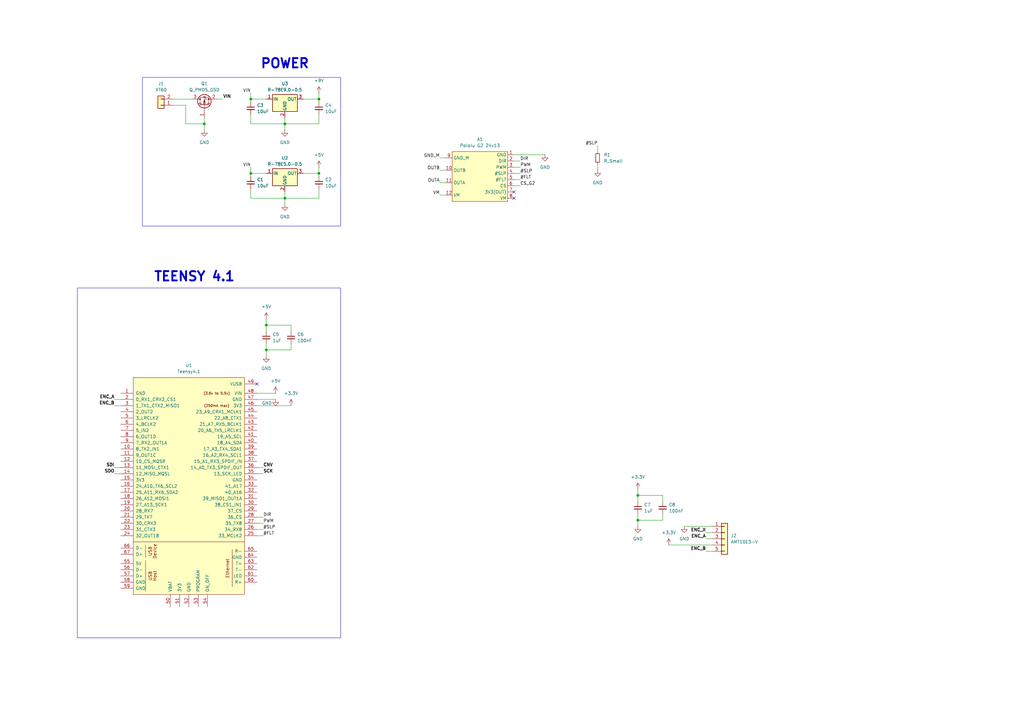
<source format=kicad_sch>
(kicad_sch (version 20231120) (generator "eeschema") (generator_version "8.0")
  (paper "A3")
  (lib_symbols
    (symbol "0_motor_driver:Pololu G2 24v13"
      (property "Reference" "A" (at 0 8.89 0))
      (property "Value" "Pololu G2 24v13" (at 0 6.35 0))
      (symbol "Pololu G2 24v13_1_1"
        (rectangle (start -11.43 3.81) (end 11.43 -16.51) (fill (type background)))
        (pin input line (at 13.97 2.54 180) (length 2.54) (name "GND") (number "1"))
        (pin output line (at -13.97 -3.81 0) (length 2.54) (name "OUTB") (number "10"))
        (pin output line (at -13.97 -8.89 0) (length 2.54) (name "OUTA") (number "11"))
        (pin input line (at -13.97 -13.97 0) (length 2.54) (name "VM") (number "12"))
        (pin input line (at 13.97 0 180) (length 2.54) (name "DIR") (number "2"))
        (pin input line (at 13.97 -2.54 180) (length 2.54) (name "PWM") (number "3"))
        (pin input line (at 13.97 -5.08 180) (length 2.54) (name "#SLP") (number "4"))
        (pin output line (at 13.97 -7.62 180) (length 2.54) (name "#FLT") (number "5"))
        (pin output line (at 13.97 -10.16 180) (length 2.54) (name "CS") (number "6"))
        (pin output line (at 13.97 -12.7 180) (length 2.54) (name "3V3(OUT)") (number "7"))
        (pin output line (at 13.97 -15.24 180) (length 2.54) (name "VM") (number "8"))
        (pin input line (at -13.97 1.27 0) (length 2.54) (name "GND_M") (number "9"))
      )
    )
    (symbol "1_teensy:Teensy4.1" (pin_names (offset 1.016))
      (property "Reference" "U" (at 0 64.77 0))
      (property "Value" "Teensy4.1" (at 0 62.23 0))
      (symbol "Teensy4.1_0_0"
        (polyline (pts (xy -22.86 -6.35) (xy 22.86 -6.35)))
        (polyline (pts (xy -17.78 -26.67) (xy -17.78 -13.97)))
        (polyline (pts (xy -17.78 -7.62) (xy -17.78 -12.7)))
        (polyline (pts (xy 17.78 -9.525) (xy 17.78 -24.765)))
        (text "(250mA max)" (at 11.43 49.53 0) (effects (font (size 1.016 1.016))))
        (text "(3.6v to 5.5v)" (at 11.43 54.61 0) (effects (font (size 1.016 1.016))))
        (text "Device" (at -13.97 -10.16 900) (effects (font (size 1.27 1.27))))
        (text "Ethernet" (at 15.875 -17.145 900) (effects (font (size 1.27 1.27))))
        (text "Host" (at -13.97 -20.32 900) (effects (font (size 1.27 1.27))))
        (text "USB" (at -15.875 -20.32 900) (effects (font (size 1.27 1.27))))
        (text "USB" (at -15.875 -10.16 900) (effects (font (size 1.27 1.27))))
        (pin bidirectional line (at -27.94 31.75 0) (length 5.08) (name "8_TX2_IN1") (number "10"))
        (pin bidirectional line (at -27.94 29.21 0) (length 5.08) (name "9_OUT1C") (number "11"))
        (pin bidirectional line (at -27.94 26.67 0) (length 5.08) (name "10_CS_MQSR") (number "12"))
        (pin bidirectional line (at -27.94 24.13 0) (length 5.08) (name "11_MOSI_CTX1") (number "13"))
        (pin bidirectional line (at -27.94 21.59 0) (length 5.08) (name "12_MISO_MQSL") (number "14"))
        (pin power_in line (at -27.94 19.05 0) (length 5.08) (name "3V3") (number "15"))
        (pin bidirectional line (at -27.94 16.51 0) (length 5.08) (name "24_A10_TX6_SCL2") (number "16"))
        (pin bidirectional line (at -27.94 13.97 0) (length 5.08) (name "25_A11_RX6_SDA2") (number "17"))
        (pin bidirectional line (at -27.94 11.43 0) (length 5.08) (name "26_A12_MOSI1") (number "18"))
        (pin bidirectional line (at -27.94 8.89 0) (length 5.08) (name "27_A13_SCK1") (number "19"))
        (pin bidirectional line (at -27.94 6.35 0) (length 5.08) (name "28_RX7") (number "20"))
        (pin bidirectional line (at -27.94 3.81 0) (length 5.08) (name "29_TX7") (number "21"))
        (pin bidirectional line (at -27.94 1.27 0) (length 5.08) (name "30_CRX3") (number "22"))
        (pin bidirectional line (at -27.94 -1.27 0) (length 5.08) (name "31_CTX3") (number "23"))
        (pin bidirectional line (at -27.94 -3.81 0) (length 5.08) (name "32_OUT1B") (number "24"))
        (pin bidirectional line (at 27.94 -3.81 180) (length 5.08) (name "33_MCLK2") (number "25"))
        (pin bidirectional line (at 27.94 -1.27 180) (length 5.08) (name "34_RX8") (number "26"))
        (pin bidirectional line (at 27.94 1.27 180) (length 5.08) (name "35_TX8") (number "27"))
        (pin bidirectional line (at 27.94 3.81 180) (length 5.08) (name "36_CS") (number "28"))
        (pin bidirectional line (at 27.94 6.35 180) (length 5.08) (name "37_CS") (number "29"))
        (pin bidirectional line (at 27.94 8.89 180) (length 5.08) (name "38_CS1_IN1") (number "30"))
        (pin bidirectional line (at 27.94 11.43 180) (length 5.08) (name "39_MISO1_OUT1A") (number "31"))
        (pin bidirectional line (at 27.94 13.97 180) (length 5.08) (name "40_A16") (number "32"))
        (pin bidirectional line (at 27.94 16.51 180) (length 5.08) (name "41_A17") (number "33"))
        (pin bidirectional line (at 27.94 21.59 180) (length 5.08) (name "13_SCK_LED") (number "35"))
        (pin bidirectional line (at 27.94 24.13 180) (length 5.08) (name "14_A0_TX3_SPDIF_OUT") (number "36"))
        (pin bidirectional line (at 27.94 26.67 180) (length 5.08) (name "15_A1_RX3_SPDIF_IN") (number "37"))
        (pin bidirectional line (at 27.94 29.21 180) (length 5.08) (name "16_A2_RX4_SCL1") (number "38"))
        (pin bidirectional line (at 27.94 31.75 180) (length 5.08) (name "17_A3_TX4_SDA1") (number "39"))
        (pin bidirectional line (at 27.94 34.29 180) (length 5.08) (name "18_A4_SDA") (number "40"))
        (pin bidirectional line (at 27.94 36.83 180) (length 5.08) (name "19_A5_SCL") (number "41"))
        (pin bidirectional line (at 27.94 39.37 180) (length 5.08) (name "20_A6_TX5_LRCLK1") (number "42"))
        (pin bidirectional line (at 27.94 41.91 180) (length 5.08) (name "21_A7_RX5_BCLK1") (number "43"))
        (pin bidirectional line (at 27.94 44.45 180) (length 5.08) (name "22_A8_CTX1") (number "44"))
        (pin bidirectional line (at 27.94 46.99 180) (length 5.08) (name "23_A9_CRX1_MCLK1") (number "45"))
        (pin output line (at 27.94 49.53 180) (length 5.08) (name "3V3") (number "46"))
        (pin output line (at 27.94 52.07 180) (length 5.08) (name "GND") (number "47"))
        (pin power_in line (at 27.94 54.61 180) (length 5.08) (name "VIN") (number "48"))
        (pin power_out line (at 27.94 58.42 180) (length 5.08) (name "VUSB") (number "49"))
        (pin bidirectional line (at -27.94 44.45 0) (length 5.08) (name "3_LRCLK2") (number "5"))
        (pin power_in line (at -7.62 -33.02 90) (length 5.08) (name "VBAT") (number "50"))
        (pin power_in line (at -3.81 -33.02 90) (length 5.08) (name "3V3") (number "51"))
        (pin input line (at 0 -33.02 90) (length 5.08) (name "GND") (number "52"))
        (pin input line (at 3.81 -33.02 90) (length 5.08) (name "PROGRAM") (number "53"))
        (pin input line (at 7.62 -33.02 90) (length 5.08) (name "ON_OFF") (number "54"))
        (pin power_out line (at -27.94 -15.24 0) (length 5.08) (name "5V") (number "55"))
        (pin bidirectional line (at -27.94 -17.78 0) (length 5.08) (name "D-") (number "56"))
        (pin bidirectional line (at -27.94 -20.32 0) (length 5.08) (name "D+") (number "57"))
        (pin power_in line (at -27.94 -22.86 0) (length 5.08) (name "GND") (number "58"))
        (pin power_in line (at -27.94 -25.4 0) (length 5.08) (name "GND") (number "59"))
        (pin bidirectional line (at -27.94 41.91 0) (length 5.08) (name "4_BCLK2") (number "6"))
        (pin bidirectional line (at 27.94 -22.86 180) (length 5.08) (name "R+") (number "60"))
        (pin bidirectional line (at 27.94 -20.32 180) (length 5.08) (name "LED") (number "61"))
        (pin bidirectional line (at 27.94 -17.78 180) (length 5.08) (name "T-") (number "62"))
        (pin bidirectional line (at 27.94 -15.24 180) (length 5.08) (name "T+") (number "63"))
        (pin power_in line (at 27.94 -12.7 180) (length 5.08) (name "GND") (number "64"))
        (pin bidirectional line (at 27.94 -10.16 180) (length 5.08) (name "R-") (number "65"))
        (pin bidirectional line (at -27.94 -8.89 0) (length 5.08) (name "D-") (number "66"))
        (pin bidirectional line (at -27.94 -11.43 0) (length 5.08) (name "D+") (number "67"))
        (pin bidirectional line (at -27.94 39.37 0) (length 5.08) (name "5_IN2") (number "7"))
        (pin bidirectional line (at -27.94 36.83 0) (length 5.08) (name "6_OUT1D") (number "8"))
        (pin bidirectional line (at -27.94 34.29 0) (length 5.08) (name "7_RX2_OUT1A") (number "9"))
      )
      (symbol "Teensy4.1_0_1"
        (rectangle (start -20.32 -1.27) (end -20.32 -1.27))
      )
      (symbol "Teensy4.1_1_1"
        (rectangle (start -22.86 60.96) (end 22.86 -27.94) (fill (type background)))
        (pin power_in line (at -27.94 54.61 0) (length 5.08) (name "GND") (number "1"))
        (pin bidirectional line (at -27.94 52.07 0) (length 5.08) (name "0_RX1_CRX2_CS1") (number "2"))
        (pin bidirectional line (at -27.94 49.53 0) (length 5.08) (name "1_TX1_CTX2_MISO1") (number "3"))
        (pin power_in line (at 27.94 19.05 180) (length 5.08) (name "GND") (number "34"))
        (pin bidirectional line (at -27.94 46.99 0) (length 5.08) (name "2_OUT2") (number "4"))
      )
    )
    (symbol "Connector_Generic:Conn_01x02" (pin_names (offset 1.016) hide)
      (property "Reference" "J" (at 0 2.54 0))
      (property "Value" "Conn_01x02" (at 0 -5.08 0))
      (symbol "Conn_01x02_1_1"
        (rectangle (start -1.27 -2.413) (end 0 -2.667) (stroke (width 0.1524)))
        (rectangle (start -1.27 0.127) (end 0 -0.127) (stroke (width 0.1524)))
        (rectangle (start -1.27 1.27) (end 1.27 -3.81) (stroke (width 0.254)) (fill (type background)))
        (pin passive line (at -5.08 0 0) (length 3.81) (name "Pin_1") (number "1"))
        (pin passive line (at -5.08 -2.54 0) (length 3.81) (name "Pin_2") (number "2"))
      )
    )
    (symbol "Connector_Generic:Conn_01x05" (pin_names (offset 1.016) hide)
      (property "Reference" "J" (at 0 7.62 0))
      (property "Value" "Conn_01x05" (at 0 -7.62 0))
      (symbol "Conn_01x05_1_1"
        (rectangle (start -1.27 -4.953) (end 0 -5.207) (stroke (width 0.1524)))
        (rectangle (start -1.27 -2.413) (end 0 -2.667) (stroke (width 0.1524)))
        (rectangle (start -1.27 0.127) (end 0 -0.127) (stroke (width 0.1524)))
        (rectangle (start -1.27 2.667) (end 0 2.413) (stroke (width 0.1524)))
        (rectangle (start -1.27 5.207) (end 0 4.953) (stroke (width 0.1524)))
        (rectangle (start -1.27 6.35) (end 1.27 -6.35) (stroke (width 0.254)) (fill (type background)))
        (pin passive line (at -5.08 5.08 0) (length 3.81) (name "Pin_1") (number "1"))
        (pin passive line (at -5.08 2.54 0) (length 3.81) (name "Pin_2") (number "2"))
        (pin passive line (at -5.08 0 0) (length 3.81) (name "Pin_3") (number "3"))
        (pin passive line (at -5.08 -2.54 0) (length 3.81) (name "Pin_4") (number "4"))
        (pin passive line (at -5.08 -5.08 0) (length 3.81) (name "Pin_5") (number "5"))
      )
    )
    (symbol "Device:C_Small" (pin_numbers hide) (pin_names (offset 0.254) hide)
      (property "Reference" "C" (at 0.254 1.778 0))
      (property "Value" "C_Small" (at 0.254 -2.032 0))
      (symbol "C_Small_0_1"
        (polyline (pts (xy -1.524 -0.508) (xy 1.524 -0.508)) (stroke (width 0.3302)))
        (polyline (pts (xy -1.524 0.508) (xy 1.524 0.508)) (stroke (width 0.3048)))
      )
      (symbol "C_Small_1_1"
        (pin passive line (at 0 2.54 270) (length 2.032) (name "~") (number "1"))
        (pin passive line (at 0 -2.54 90) (length 2.032) (name "~") (number "2"))
      )
    )
    (symbol "Device:Q_PMOS_GSD" (pin_names (offset 0) hide)
      (property "Reference" "Q" (at 5.08 1.27 0))
      (property "Value" "Q_PMOS_GSD" (at 5.08 -1.27 0))
      (symbol "Q_PMOS_GSD_0_1"
        (polyline (pts (xy 0.254 0) (xy -2.54 0)))
        (polyline (pts (xy 0.254 1.905) (xy 0.254 -1.905)) (stroke (width 0.254)))
        (polyline (pts (xy 0.762 -1.27) (xy 0.762 -2.286)) (stroke (width 0.254)))
        (polyline (pts (xy 0.762 0.508) (xy 0.762 -0.508)) (stroke (width 0.254)))
        (polyline (pts (xy 0.762 2.286) (xy 0.762 1.27)) (stroke (width 0.254)))
        (polyline (pts (xy 2.54 2.54) (xy 2.54 1.778)))
        (polyline (pts (xy 2.54 -2.54) (xy 2.54 0) (xy 0.762 0)))
        (polyline (pts (xy 0.762 1.778) (xy 3.302 1.778) (xy 3.302 -1.778) (xy 0.762 -1.778)))
        (polyline (pts (xy 2.286 0) (xy 1.27 0.381) (xy 1.27 -0.381) (xy 2.286 0)) (fill (type outline)))
        (polyline (pts (xy 2.794 -0.508) (xy 2.921 -0.381) (xy 3.683 -0.381) (xy 3.81 -0.254)))
        (polyline (pts (xy 3.302 -0.381) (xy 2.921 0.254) (xy 3.683 0.254) (xy 3.302 -0.381)))
        (circle (center 1.651 0) (radius 2.794) (stroke (width 0.254)))
        (circle (center 2.54 -1.778) (radius 0.254) (fill (type outline)))
        (circle (center 2.54 1.778) (radius 0.254) (fill (type outline)))
      )
      (symbol "Q_PMOS_GSD_1_1"
        (pin input line (at -5.08 0 0) (length 2.54) (name "G") (number "1"))
        (pin passive line (at 2.54 -5.08 90) (length 2.54) (name "S") (number "2"))
        (pin passive line (at 2.54 5.08 270) (length 2.54) (name "D") (number "3"))
      )
    )
    (symbol "Device:R_Small" (pin_numbers hide) (pin_names (offset 0.254) hide)
      (property "Reference" "R" (at 0.762 0.508 0))
      (property "Value" "R_Small" (at 0.762 -1.016 0))
      (symbol "R_Small_0_1"
        (rectangle (start -0.762 1.778) (end 0.762 -1.778) (stroke (width 0.2032)))
      )
      (symbol "R_Small_1_1"
        (pin passive line (at 0 2.54 270) (length 0.762) (name "~") (number "1"))
        (pin passive line (at 0 -2.54 90) (length 0.762) (name "~") (number "2"))
      )
    )
    (symbol "Regulator_Switching:R-78E5.0-0.5" (pin_names (offset 0.254))
      (property "Reference" "U" (at -3.81 3.175 0))
      (property "Value" "R-78E5.0-0.5" (at 0 3.175 0))
      (symbol "R-78E5.0-0.5_0_1"
        (rectangle (start -5.08 1.905) (end 5.08 -5.08) (stroke (width 0.254)) (fill (type background)))
      )
      (symbol "R-78E5.0-0.5_1_1"
        (pin power_in line (at -7.62 0 0) (length 2.54) (name "IN") (number "1"))
        (pin power_in line (at 0 -7.62 90) (length 2.54) (name "GND") (number "2"))
        (pin power_out line (at 7.62 0 180) (length 2.54) (name "OUT") (number "3"))
      )
    )
    (symbol "Regulator_Switching:R-78E9.0-0.5" (pin_names (offset 0.254))
      (property "Reference" "U" (at -3.81 3.175 0))
      (property "Value" "R-78E9.0-0.5" (at 0 3.175 0))
      (symbol "R-78E9.0-0.5_0_1"
        (rectangle (start -5.08 1.905) (end 5.08 -5.08) (stroke (width 0.254)) (fill (type background)))
      )
      (symbol "R-78E9.0-0.5_1_1"
        (pin power_in line (at -7.62 0 0) (length 2.54) (name "IN") (number "1"))
        (pin power_in line (at 0 -7.62 90) (length 2.54) (name "GND") (number "2"))
        (pin power_out line (at 7.62 0 180) (length 2.54) (name "OUT") (number "3"))
      )
    )
    (symbol "power:+3.3V" (power) (pin_numbers hide) (pin_names (offset 0) hide)
      (property "Value" "+3.3V" (at 0 3.556 0))
      (symbol "+3.3V_0_1"
        (polyline (pts (xy -0.762 1.27) (xy 0 2.54)))
        (polyline (pts (xy 0 0) (xy 0 2.54)))
        (polyline (pts (xy 0 2.54) (xy 0.762 1.27)))
      )
      (symbol "+3.3V_1_1"
        (pin power_in line (at 0 0 90) (length 0) (name "~") (number "1"))
      )
    )
    (symbol "power:+5V" (power) (pin_numbers hide) (pin_names (offset 0) hide)
      (property "Value" "+5V" (at 0 3.556 0))
      (symbol "+5V_0_1"
        (polyline (pts (xy -0.762 1.27) (xy 0 2.54)))
        (polyline (pts (xy 0 0) (xy 0 2.54)))
        (polyline (pts (xy 0 2.54) (xy 0.762 1.27)))
      )
      (symbol "+5V_1_1"
        (pin power_in line (at 0 0 90) (length 0) (name "~") (number "1"))
      )
    )
    (symbol "power:+9V" (power) (pin_numbers hide) (pin_names (offset 0) hide)
      (property "Value" "+9V" (at 0 3.556 0))
      (symbol "+9V_0_1"
        (polyline (pts (xy -0.762 1.27) (xy 0 2.54)))
        (polyline (pts (xy 0 0) (xy 0 2.54)))
        (polyline (pts (xy 0 2.54) (xy 0.762 1.27)))
      )
      (symbol "+9V_1_1"
        (pin power_in line (at 0 0 90) (length 0) (name "~") (number "1"))
      )
    )
    (symbol "power:GND" (power) (pin_numbers hide) (pin_names (offset 0) hide)
      (property "Value" "GND" (at 0 -3.81 0))
      (symbol "GND_0_1"
        (polyline (pts (xy 0 0) (xy 0 -1.27) (xy 1.27 -1.27) (xy 0 -2.54) (xy -1.27 -1.27) (xy 0 -1.27)))
      )
      (symbol "GND_1_1"
        (pin power_in line (at 0 0 270) (length 0) (name "~") (number "1"))
      )
    )
  )
  (junction (at 261.62 213.36))
  (junction (at 102.87 71.12))
  (junction (at 109.22 143.51))
  (junction (at 130.81 40.64))
  (junction (at 116.84 81.28))
  (junction (at 102.87 40.64))
  (junction (at 261.62 203.2))
  (junction (at 109.22 133.35))
  (junction (at 83.82 50.8))
  (junction (at 116.84 50.8))
  (junction (at 130.81 71.12))
  (no_connect (at 210.82 78.74))
  (no_connect (at 210.82 81.28))
  (no_connect (at 105.41 157.48))
  (wire (pts (xy 289.56 220.98) (xy 292.1 220.98)))
  (wire (pts (xy 105.41 217.17) (xy 107.95 217.17)))
  (wire (pts (xy 261.62 200.66) (xy 261.62 203.2)))
  (wire (pts (xy 180.34 64.77) (xy 182.88 64.77)))
  (wire (pts (xy 83.82 50.8) (xy 76.2 50.8)))
  (wire (pts (xy 109.22 143.51) (xy 109.22 146.05)))
  (wire (pts (xy 180.34 74.93) (xy 182.88 74.93)))
  (wire (pts (xy 274.32 223.52) (xy 292.1 223.52)))
  (wire (pts (xy 210.82 68.58) (xy 213.36 68.58)))
  (wire (pts (xy 124.46 71.12) (xy 130.81 71.12)))
  (wire (pts (xy 109.22 133.35) (xy 109.22 135.89)))
  (wire (pts (xy 71.12 40.64) (xy 78.74 40.64)))
  (wire (pts (xy 130.81 77.47) (xy 130.81 81.28)))
  (wire (pts (xy 102.87 46.99) (xy 102.87 50.8)))
  (wire (pts (xy 46.99 194.31) (xy 49.53 194.31)))
  (wire (pts (xy 119.38 133.35) (xy 119.38 135.89)))
  (wire (pts (xy 76.2 50.8) (xy 76.2 43.18)))
  (wire (pts (xy 210.82 63.5) (xy 223.52 63.5)))
  (wire (pts (xy 271.78 203.2) (xy 271.78 205.74)))
  (wire (pts (xy 76.2 43.18) (xy 71.12 43.18)))
  (wire (pts (xy 180.34 69.85) (xy 182.88 69.85)))
  (wire (pts (xy 105.41 214.63) (xy 107.95 214.63)))
  (wire (pts (xy 180.34 80.01) (xy 182.88 80.01)))
  (wire (pts (xy 210.82 71.12) (xy 213.36 71.12)))
  (wire (pts (xy 109.22 133.35) (xy 119.38 133.35)))
  (wire (pts (xy 102.87 38.1) (xy 102.87 40.64)))
  (wire (pts (xy 102.87 40.64) (xy 109.22 40.64)))
  (wire (pts (xy 102.87 71.12) (xy 109.22 71.12)))
  (wire (pts (xy 119.38 143.51) (xy 119.38 140.97)))
  (wire (pts (xy 105.41 163.83) (xy 113.03 163.83)))
  (wire (pts (xy 105.41 191.77) (xy 107.95 191.77)))
  (wire (pts (xy 105.41 194.31) (xy 107.95 194.31)))
  (wire (pts (xy 116.84 81.28) (xy 116.84 83.82)))
  (wire (pts (xy 109.22 140.97) (xy 109.22 143.51)))
  (wire (pts (xy 105.41 166.37) (xy 119.38 166.37)))
  (wire (pts (xy 105.41 219.71) (xy 107.95 219.71)))
  (wire (pts (xy 289.56 226.06) (xy 292.1 226.06)))
  (wire (pts (xy 210.82 76.2) (xy 213.36 76.2)))
  (wire (pts (xy 102.87 72.39) (xy 102.87 71.12)))
  (wire (pts (xy 130.81 81.28) (xy 116.84 81.28)))
  (wire (pts (xy 102.87 41.91) (xy 102.87 40.64)))
  (wire (pts (xy 245.11 67.31) (xy 245.11 69.85)))
  (wire (pts (xy 109.22 130.81) (xy 109.22 133.35)))
  (wire (pts (xy 210.82 73.66) (xy 213.36 73.66)))
  (wire (pts (xy 83.82 48.26) (xy 83.82 50.8)))
  (wire (pts (xy 271.78 213.36) (xy 261.62 213.36)))
  (wire (pts (xy 261.62 213.36) (xy 261.62 210.82)))
  (wire (pts (xy 210.82 66.04) (xy 213.36 66.04)))
  (wire (pts (xy 124.46 40.64) (xy 130.81 40.64)))
  (wire (pts (xy 116.84 78.74) (xy 116.84 81.28)))
  (wire (pts (xy 271.78 210.82) (xy 271.78 213.36)))
  (wire (pts (xy 289.56 218.44) (xy 292.1 218.44)))
  (wire (pts (xy 130.81 46.99) (xy 130.81 50.8)))
  (wire (pts (xy 130.81 50.8) (xy 116.84 50.8)))
  (wire (pts (xy 105.41 212.09) (xy 107.95 212.09)))
  (wire (pts (xy 46.99 166.37) (xy 49.53 166.37)))
  (wire (pts (xy 261.62 213.36) (xy 261.62 215.9)))
  (wire (pts (xy 116.84 50.8) (xy 116.84 53.34)))
  (wire (pts (xy 130.81 40.64) (xy 130.81 41.91)))
  (wire (pts (xy 261.62 203.2) (xy 261.62 205.74)))
  (wire (pts (xy 130.81 71.12) (xy 130.81 72.39)))
  (wire (pts (xy 102.87 68.58) (xy 102.87 71.12)))
  (wire (pts (xy 130.81 38.1) (xy 130.81 40.64)))
  (wire (pts (xy 280.67 215.9) (xy 292.1 215.9)))
  (wire (pts (xy 105.41 161.29) (xy 113.03 161.29)))
  (wire (pts (xy 83.82 50.8) (xy 83.82 53.34)))
  (wire (pts (xy 261.62 203.2) (xy 271.78 203.2)))
  (wire (pts (xy 46.99 191.77) (xy 49.53 191.77)))
  (wire (pts (xy 102.87 50.8) (xy 116.84 50.8)))
  (wire (pts (xy 130.81 68.58) (xy 130.81 71.12)))
  (wire (pts (xy 46.99 163.83) (xy 49.53 163.83)))
  (wire (pts (xy 102.87 77.47) (xy 102.87 81.28)))
  (wire (pts (xy 116.84 48.26) (xy 116.84 50.8)))
  (wire (pts (xy 102.87 81.28) (xy 116.84 81.28)))
  (wire (pts (xy 245.11 59.69) (xy 245.11 62.23)))
  (wire (pts (xy 109.22 143.51) (xy 119.38 143.51)))
  (wire (pts (xy 88.9 40.64) (xy 91.44 40.64)))
  (rectangle (start 58.42 31.75) (end 139.7 92.71))
  (rectangle (start 31.75 118.11) (end 139.7 261.62))
  (text "POWER" (at 116.84 26.162 0) (effects (font (size 3.81 3.81) (thickness 0.762) (bold yes))))
  (text "TEENSY 4.1" (at 79.756 113.538 0) (effects (font (size 3.81 3.81) (thickness 0.762) (bold yes))))
  (label "DIR" (at 107.95 212.09 0))
  (label "SCK" (at 107.95 194.31 0) (effects (font (thickness 0.254) (bold yes))))
  (label "#SLP" (at 245.11 59.69 180))
  (label "OUTA" (at 180.34 74.93 180))
  (label "ENC_A" (at 46.99 163.83 180) (effects (font (thickness 0.254) (bold yes))))
  (label "VM" (at 180.34 80.01 180))
  (label "DIR" (at 213.36 66.04 0))
  (label "GND_M" (at 180.34 64.77 180))
  (label "PWM" (at 107.95 214.63 0))
  (label "ENC_B" (at 289.56 226.06 180) (effects (font (thickness 0.254) (bold yes))))
  (label "OUTB" (at 180.34 69.85 180))
  (label "SDI" (at 46.99 191.77 180) (effects (font (thickness 0.254) (bold yes))))
  (label "ENC_A" (at 289.56 220.98 180) (effects (font (thickness 0.254) (bold yes))))
  (label "ENC_X" (at 289.56 218.44 180) (effects (font (thickness 0.254) (bold yes))))
  (label "VIN" (at 91.44 40.64 0) (effects (font (thickness 0.254) (bold yes))))
  (label "VIN" (at 102.87 68.58 180))
  (label "PWM" (at 213.36 68.58 0))
  (label "ENC_B" (at 46.99 166.37 180) (effects (font (thickness 0.254) (bold yes))))
  (label "CS_G2" (at 213.36 76.2 0))
  (label "SDO" (at 46.99 194.31 180) (effects (font (thickness 0.254) (bold yes))))
  (label "#FLT" (at 213.36 73.66 0))
  (label "CNV" (at 107.95 191.77 0) (effects (font (thickness 0.254) (bold yes))))
  (label "#FLT" (at 107.95 219.71 0))
  (label "#SLP" (at 107.95 217.17 0))
  (label "VIN" (at 102.87 38.1 180))
  (label "#SLP" (at 213.36 71.12 0))
  (symbol (lib_id "1_teensy:Teensy4.1") (at 77.47 215.9 0) (unit 1)
    (property "Reference" "U1" (at 77.47 149.86 0))
    (property "Value" "Teensy4.1" (at 77.47 152.4 0))
  )
  (symbol (lib_id "Regulator_Switching:R-78E9.0-0.5") (at 116.84 40.64 0) (unit 1)
    (property "Reference" "U3" (at 116.84 34.29 0))
    (property "Value" "R-78E9.0-0.5" (at 116.84 36.83 0))
    (property "Footprint" "Converter_DCDC:Converter_DCDC_RECOM_R-78E-0.5_THT" (effects (hide yes)))
    (property "Datasheet" "https://www.recom-power.com/pdf/Innoline/R-78Exx-0.5.pdf" (effects (hide yes)))
    (property "Description" "500mA Step-Down DC/DC-Regulator, 12-28V input, 9V fixed Output Voltage, LM78xx replacement, -40°C to +85°C, SIP3" (effects (hide yes)))
  )
  (symbol (lib_id "Connector_Generic:Conn_01x05") (at 297.18 220.98 0) (unit 1)
    (property "Reference" "J2" (at 299.72 219.7099 0) (effects (justify left)))
    (property "Value" "AMT10E3-V" (at 299.72 222.2499 0) (effects (justify left)))
    (property "Description" "Generic connector, single row, 01x05, script generated (kicad-library-utils/schlib/autogen/connector/)" (effects (hide yes)))
  )
  (symbol (lib_id "power:GND") (at 116.84 83.82 0) (unit 1)
    (property "Reference" "#PWR08" (effects (hide yes)))
    (property "Value" "GND" (at 116.84 88.9 0))
    (property "Description" "Power symbol creates a global label with name \"GND\" , ground" (effects (hide yes)))
  )
  (symbol (lib_id "power:+5V") (at 109.22 130.81 0) (unit 1)
    (property "Reference" "#PWR013" (effects (hide yes)))
    (property "Value" "+5V" (at 109.22 125.73 0))
    (property "Description" "Power symbol creates a global label with name \"+5V\"" (effects (hide yes)))
  )
  (symbol (lib_id "Device:C_Small") (at 109.22 138.43 0) (unit 1)
    (property "Reference" "C5" (at 111.76 137.1662 0) (effects (justify left)))
    (property "Value" "1uF" (at 111.76 139.7062 0) (effects (justify left)))
    (property "Description" "Unpolarized capacitor, small symbol" (effects (hide yes)))
  )
  (symbol (lib_id "Device:R_Small") (at 245.11 64.77 0) (unit 1)
    (property "Reference" "R1" (at 247.65 63.4999 0) (effects (justify left)))
    (property "Value" "R_Small" (at 247.65 66.0399 0) (effects (justify left)))
    (property "Description" "Resistor, small symbol" (effects (hide yes)))
  )
  (symbol (lib_id "Device:Q_PMOS_GSD") (at 83.82 43.18 90) (unit 1)
    (property "Reference" "Q1" (at 83.82 34.29 90))
    (property "Value" "Q_PMOS_GSD" (at 83.82 36.83 90))
    (property "Description" "P-MOSFET transistor, gate/source/drain" (effects (hide yes)))
  )
  (symbol (lib_id "Regulator_Switching:R-78E5.0-0.5") (at 116.84 71.12 0) (unit 1)
    (property "Reference" "U2" (at 116.84 64.77 0))
    (property "Value" "R-78E5.0-0.5" (at 116.84 67.31 0))
    (property "Footprint" "Converter_DCDC:Converter_DCDC_RECOM_R-78E-0.5_THT" (effects (hide yes)))
    (property "Datasheet" "https://www.recom-power.com/pdf/Innoline/R-78Exx-0.5.pdf" (effects (hide yes)))
    (property "Description" "500mA Step-Down DC/DC-Regulator, 7-28V input, 5V fixed Output Voltage, LM78xx replacement, -40°C to +85°C, SIP3" (effects (hide yes)))
  )
  (symbol (lib_id "power:GND") (at 83.82 53.34 0) (unit 1)
    (property "Reference" "#PWR017" (effects (hide yes)))
    (property "Value" "GND" (at 83.82 58.42 0))
    (property "Description" "Power symbol creates a global label with name \"GND\" , ground" (effects (hide yes)))
  )
  (symbol (lib_id "Device:C_Small") (at 261.62 208.28 0) (unit 1)
    (property "Reference" "C7" (at 264.16 207.0162 0) (effects (justify left)))
    (property "Value" "1uF" (at 264.16 209.5562 0) (effects (justify left)))
    (property "Description" "Unpolarized capacitor, small symbol" (effects (hide yes)))
  )
  (symbol (lib_id "Device:C_Small") (at 271.78 208.28 0) (unit 1)
    (property "Reference" "C8" (at 274.32 207.0162 0) (effects (justify left)))
    (property "Value" "100nF" (at 274.32 209.5562 0) (effects (justify left)))
    (property "Description" "Unpolarized capacitor, small symbol" (effects (hide yes)))
  )
  (symbol (lib_id "power:+3.3V") (at 119.38 166.37 0) (unit 1)
    (property "Reference" "#PWR010" (effects (hide yes)))
    (property "Value" "+3.3V" (at 119.38 161.29 0))
    (property "Description" "Power symbol creates a global label with name \"+3.3V\"" (effects (hide yes)))
  )
  (symbol (lib_id "power:+5V") (at 130.81 68.58 0) (unit 1)
    (property "Reference" "#PWR04" (effects (hide yes)))
    (property "Value" "+5V" (at 130.81 63.5 0))
    (property "Description" "Power symbol creates a global label with name \"+5V\"" (effects (hide yes)))
  )
  (symbol (lib_id "0_motor_driver:Pololu G2 24v13") (at 196.85 66.04 0) (unit 1)
    (property "Reference" "A1" (at 196.85 57.15 0))
    (property "Value" "Pololu G2 24v13" (at 196.85 59.69 0))
    (property "Datasheet" "https://www.pololu.com/product/2992" (effects (hide yes)))
    (property "Description" "Pololu motor driver for 24V 13A" (effects (hide yes)))
  )
  (symbol (lib_id "power:GND") (at 261.62 215.9 0) (unit 1)
    (property "Reference" "#PWR016" (effects (hide yes)))
    (property "Value" "GND" (at 261.62 220.98 0))
    (property "Description" "Power symbol creates a global label with name \"GND\" , ground" (effects (hide yes)))
  )
  (symbol (lib_id "power:+3.3V") (at 261.62 200.66 0) (unit 1)
    (property "Reference" "#PWR015" (effects (hide yes)))
    (property "Value" "+3.3V" (at 261.62 195.58 0))
    (property "Description" "Power symbol creates a global label with name \"+3.3V\"" (effects (hide yes)))
  )
  (symbol (lib_id "power:+5V") (at 113.03 161.29 0) (unit 1)
    (property "Reference" "#PWR06" (effects (hide yes)))
    (property "Value" "+5V" (at 113.03 156.21 0))
    (property "Description" "Power symbol creates a global label with name \"+5V\"" (effects (hide yes)))
  )
  (symbol (lib_id "power:GND") (at 280.67 215.9 0) (unit 1)
    (property "Reference" "#PWR011" (effects (hide yes)))
    (property "Value" "GND" (at 280.67 220.98 0))
    (property "Description" "Power symbol creates a global label with name \"GND\" , ground" (effects (hide yes)))
  )
  (symbol (lib_id "power:GND") (at 109.22 146.05 0) (unit 1)
    (property "Reference" "#PWR014" (effects (hide yes)))
    (property "Value" "GND" (at 109.22 151.13 0))
    (property "Description" "Power symbol creates a global label with name \"GND\" , ground" (effects (hide yes)))
  )
  (symbol (lib_id "Device:C_Small") (at 130.81 44.45 0) (unit 1)
    (property "Reference" "C4" (at 133.35 43.1862 0) (effects (justify left)))
    (property "Value" "10uF" (at 133.35 45.7262 0) (effects (justify left)))
    (property "Footprint" "Resistor_SMD:R_1206_3216Metric_Pad1.30x1.75mm_HandSolder" (effects (hide yes)))
    (property "Datasheet" "https://eu.mouser.com/datasheet/2/281/1/GRT31CR61H106KE01_01A-3158417.pdf" (effects (hide yes)))
    (property "Description" "Murata 1206 10uF 10% 50V X5R" (effects (hide yes)))
  )
  (symbol (lib_id "power:GND") (at 116.84 53.34 0) (unit 1)
    (property "Reference" "#PWR07" (effects (hide yes)))
    (property "Value" "GND" (at 116.84 58.42 0))
    (property "Description" "Power symbol creates a global label with name \"GND\" , ground" (effects (hide yes)))
  )
  (symbol (lib_id "Device:C_Small") (at 102.87 44.45 0) (unit 1)
    (property "Reference" "C3" (at 105.41 43.1862 0) (effects (justify left)))
    (property "Value" "10uF" (at 105.41 45.7262 0) (effects (justify left)))
    (property "Footprint" "Resistor_SMD:R_1206_3216Metric_Pad1.30x1.75mm_HandSolder" (effects (hide yes)))
    (property "Datasheet" "https://eu.mouser.com/datasheet/2/281/1/GRT31CR61H106KE01_01A-3158417.pdf" (effects (hide yes)))
    (property "Description" "Murata 1206 10uF 10% 50V X5R" (effects (hide yes)))
  )
  (symbol (lib_id "Device:C_Small") (at 119.38 138.43 0) (unit 1)
    (property "Reference" "C6" (at 121.92 137.1662 0) (effects (justify left)))
    (property "Value" "100nF" (at 121.92 139.7062 0) (effects (justify left)))
    (property "Description" "Unpolarized capacitor, small symbol" (effects (hide yes)))
  )
  (symbol (lib_id "power:+9V") (at 130.81 38.1 0) (unit 1)
    (property "Reference" "#PWR05" (effects (hide yes)))
    (property "Value" "+9V" (at 130.81 33.02 0))
    (property "Description" "Power symbol creates a global label with name \"+9V\"" (effects (hide yes)))
  )
  (symbol (lib_id "Connector_Generic:Conn_01x02") (at 66.04 43.18 180) (unit 1)
    (property "Reference" "J1" (at 66.04 34.29 0))
    (property "Value" "XT60" (at 66.04 36.83 0))
    (property "Footprint" "Connector_AMASS:AMASS_XT60-F_1x02_P7.20mm_Vertical" (effects (hide yes)))
    (property "Description" "Generic connector, single row, 01x02, script generated (kicad-library-utils/schlib/autogen/connector/)" (effects (hide yes)))
  )
  (symbol (lib_id "power:GND") (at 113.03 163.83 0) (unit 1)
    (property "Reference" "#PWR09" (effects (hide yes)))
    (property "Value" "GND" (at 109.474 165.354 0))
    (property "Description" "Power symbol creates a global label with name \"GND\" , ground" (effects (hide yes)))
  )
  (symbol (lib_id "power:+3.3V") (at 274.32 223.52 0) (unit 1)
    (property "Reference" "#PWR012" (effects (hide yes)))
    (property "Value" "+3.3V" (at 274.32 218.44 0))
    (property "Description" "Power symbol creates a global label with name \"+3.3V\"" (effects (hide yes)))
  )
  (symbol (lib_id "Device:C_Small") (at 102.87 74.93 0) (unit 1)
    (property "Reference" "C1" (at 105.41 73.6662 0) (effects (justify left)))
    (property "Value" "10uF" (at 105.41 76.2062 0) (effects (justify left)))
    (property "Footprint" "Resistor_SMD:R_1206_3216Metric_Pad1.30x1.75mm_HandSolder" (effects (hide yes)))
    (property "Datasheet" "https://eu.mouser.com/datasheet/2/281/1/GRT31CR61H106KE01_01A-3158417.pdf" (effects (hide yes)))
    (property "Description" "Murata 1206 10uF 10% 50V X5R" (effects (hide yes)))
  )
  (symbol (lib_id "power:GND") (at 245.11 69.85 0) (unit 1)
    (property "Reference" "#PWR02" (effects (hide yes)))
    (property "Value" "GND" (at 245.11 74.93 0))
    (property "Description" "Power symbol creates a global label with name \"GND\" , ground" (effects (hide yes)))
  )
  (symbol (lib_id "Device:C_Small") (at 130.81 74.93 0) (unit 1)
    (property "Reference" "C2" (at 133.35 73.6662 0) (effects (justify left)))
    (property "Value" "10uF" (at 133.35 76.2062 0) (effects (justify left)))
    (property "Footprint" "Resistor_SMD:R_1206_3216Metric_Pad1.30x1.75mm_HandSolder" (effects (hide yes)))
    (property "Datasheet" "https://eu.mouser.com/datasheet/2/281/1/GRT31CR61H106KE01_01A-3158417.pdf" (effects (hide yes)))
    (property "Description" "Murata 1206 10uF 10% 50V X5R" (effects (hide yes)))
  )
  (symbol (lib_id "power:GND") (at 223.52 63.5 0) (unit 1)
    (property "Reference" "#PWR01" (effects (hide yes)))
    (property "Value" "GND" (at 223.52 68.58 0))
    (property "Description" "Power symbol creates a global label with name \"GND\" , ground" (effects (hide yes)))
  )
)
</source>
